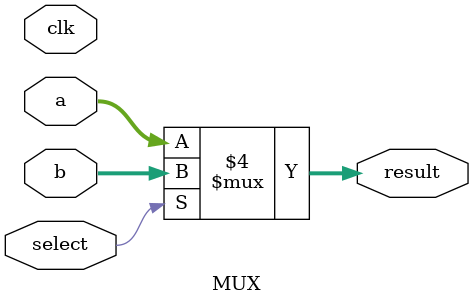
<source format=v>
`timescale 1ns / 1ps


module MUX(
input [32:0] a,
input [32:0] b,
input select,
output [32:0] result,
input clk
);

wire [32:0] a, b;
reg [32:0] result;

always @(a,b,select)
begin
if(select==0)
    result=a;
else
    result=b;
end    

endmodule

</source>
